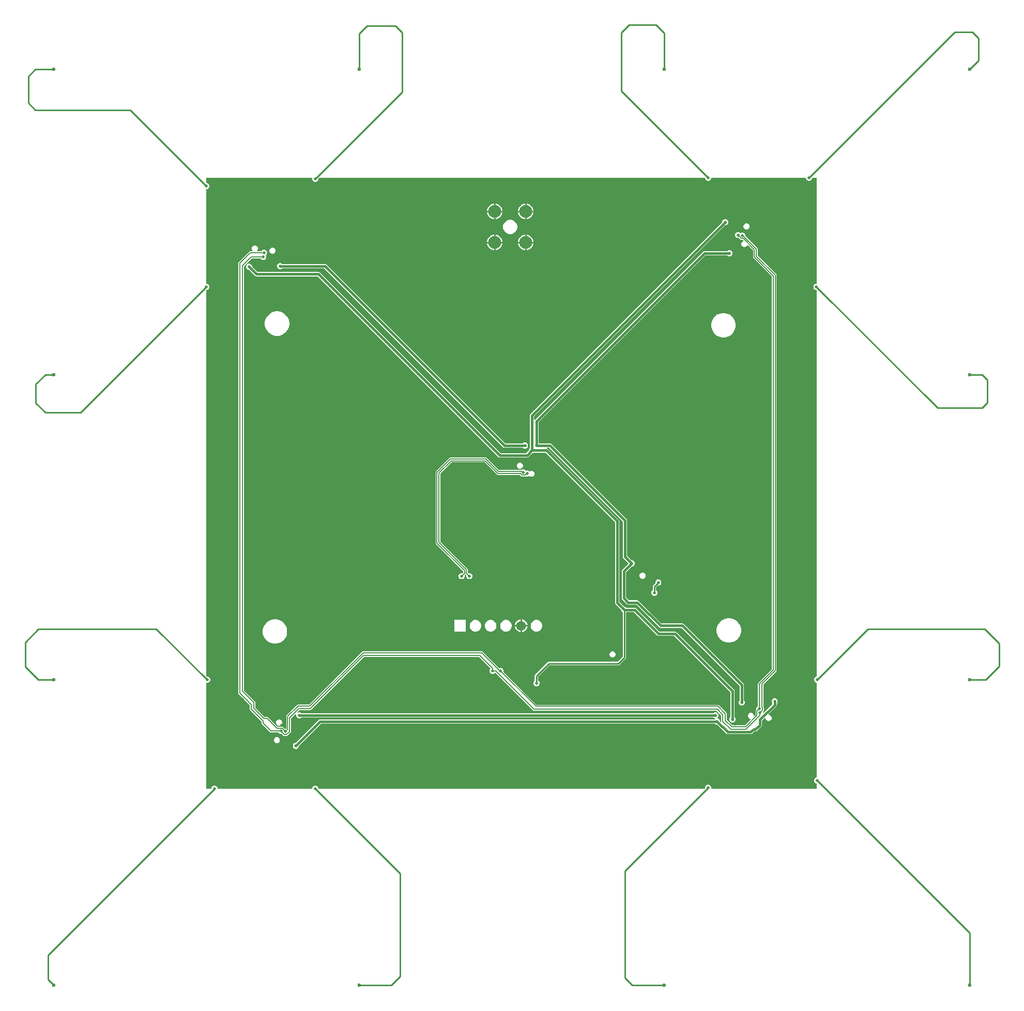
<source format=gbr>
G04*
G04 #@! TF.GenerationSoftware,Altium Limited,Altium Designer,25.0.2 (28)*
G04*
G04 Layer_Physical_Order=3*
G04 Layer_Color=16440176*
%FSLAX24Y24*%
%MOIN*%
G70*
G04*
G04 #@! TF.SameCoordinates,4B7BC283-7035-4C9F-97D5-5998C8FB6373*
G04*
G04*
G04 #@! TF.FilePolarity,Positive*
G04*
G01*
G75*
%ADD10C,0.0059*%
%ADD65C,0.0098*%
%ADD67C,0.0157*%
%ADD70C,0.0630*%
%ADD73C,0.0827*%
%ADD76C,0.0197*%
%ADD77C,0.0236*%
%ADD78C,0.0094*%
G36*
X59039Y52228D02*
X58968D01*
X58896Y52198D01*
X58841Y52143D01*
X58811Y52070D01*
Y51992D01*
X58841Y51920D01*
X58896Y51864D01*
X58968Y51834D01*
X59039D01*
Y26891D01*
X59006D01*
X58934Y26861D01*
X58878Y26806D01*
X58848Y26734D01*
Y26655D01*
X58878Y26583D01*
X58934Y26528D01*
X59006Y26498D01*
X59039D01*
Y20377D01*
X59003D01*
X58931Y20348D01*
X58876Y20292D01*
X58846Y20220D01*
Y20141D01*
X58876Y20069D01*
X58931Y20014D01*
X59003Y19984D01*
X59039D01*
Y19669D01*
X52219D01*
X52214Y19676D01*
Y19754D01*
X52184Y19827D01*
X52129Y19882D01*
X52057Y19912D01*
X51978D01*
X51906Y19882D01*
X51851Y19827D01*
X51821Y19754D01*
Y19676D01*
X51784Y19669D01*
X26891D01*
Y19703D01*
X26861Y19775D01*
X26806Y19830D01*
X26734Y19860D01*
X26655D01*
X26583Y19830D01*
X26528Y19775D01*
X26498Y19703D01*
Y19669D01*
X20377D01*
Y19705D01*
X20348Y19778D01*
X20292Y19833D01*
X20220Y19863D01*
X20141D01*
X20069Y19833D01*
X20014Y19778D01*
X19984Y19705D01*
Y19669D01*
X19669D01*
Y26490D01*
X19676Y26494D01*
X19754D01*
X19827Y26524D01*
X19882Y26580D01*
X19912Y26652D01*
Y26730D01*
X19882Y26803D01*
X19827Y26858D01*
X19754Y26888D01*
X19676D01*
X19669Y26924D01*
Y51817D01*
X19703D01*
X19775Y51847D01*
X19830Y51903D01*
X19860Y51975D01*
Y52053D01*
X19830Y52126D01*
X19775Y52181D01*
X19703Y52211D01*
X19669D01*
Y58331D01*
X19705D01*
X19778Y58361D01*
X19833Y58417D01*
X19863Y58489D01*
Y58567D01*
X19833Y58640D01*
X19778Y58695D01*
X19705Y58725D01*
X19669D01*
Y59039D01*
X26490D01*
X26494Y59033D01*
Y58954D01*
X26524Y58882D01*
X26580Y58827D01*
X26652Y58797D01*
X26730D01*
X26803Y58827D01*
X26858Y58882D01*
X26888Y58954D01*
Y59033D01*
X26924Y59039D01*
X51824D01*
Y59013D01*
X51854Y58941D01*
X51910Y58885D01*
X51982Y58855D01*
X52060D01*
X52133Y58885D01*
X52188Y58941D01*
X52218Y59013D01*
Y59039D01*
X58324D01*
Y59010D01*
X58354Y58938D01*
X58410Y58883D01*
X58482Y58853D01*
X58560D01*
X58633Y58883D01*
X58688Y58938D01*
X58718Y59010D01*
Y59039D01*
X59039D01*
Y52228D01*
D02*
G37*
%LPC*%
G36*
X38327Y57398D02*
X38309D01*
Y56935D01*
X38772D01*
Y56953D01*
X38737Y57083D01*
X38669Y57200D01*
X38574Y57295D01*
X38457Y57363D01*
X38327Y57398D01*
D02*
G37*
G36*
X40327D02*
X40309D01*
Y56935D01*
X40772D01*
Y56953D01*
X40737Y57083D01*
X40669Y57200D01*
X40574Y57295D01*
X40457Y57363D01*
X40327Y57398D01*
D02*
G37*
G36*
X38211D02*
X38192D01*
X38062Y57363D01*
X37946Y57295D01*
X37850Y57200D01*
X37783Y57083D01*
X37748Y56953D01*
Y56935D01*
X38211D01*
Y57398D01*
D02*
G37*
G36*
X40211D02*
X40192D01*
X40062Y57363D01*
X39946Y57295D01*
X39850Y57200D01*
X39783Y57083D01*
X39748Y56953D01*
Y56935D01*
X40211D01*
Y57398D01*
D02*
G37*
G36*
X40772Y56837D02*
X40309D01*
Y56374D01*
X40327D01*
X40457Y56409D01*
X40574Y56476D01*
X40669Y56572D01*
X40737Y56688D01*
X40772Y56818D01*
Y56837D01*
D02*
G37*
G36*
X40211D02*
X39748D01*
Y56818D01*
X39783Y56688D01*
X39850Y56572D01*
X39946Y56476D01*
X40062Y56409D01*
X40192Y56374D01*
X40211D01*
Y56837D01*
D02*
G37*
G36*
X38772D02*
X38309D01*
Y56374D01*
X38327D01*
X38457Y56409D01*
X38574Y56476D01*
X38669Y56572D01*
X38737Y56688D01*
X38772Y56818D01*
Y56837D01*
D02*
G37*
G36*
X38211D02*
X37748D01*
Y56818D01*
X37783Y56688D01*
X37850Y56572D01*
X37946Y56476D01*
X38062Y56409D01*
X38192Y56374D01*
X38211D01*
Y56837D01*
D02*
G37*
G36*
X54538Y56121D02*
X54460D01*
X54387Y56091D01*
X54332Y56036D01*
X54302Y55964D01*
Y55885D01*
X54332Y55813D01*
X54387Y55757D01*
X54460Y55728D01*
X54538D01*
X54610Y55757D01*
X54666Y55813D01*
X54696Y55885D01*
Y55964D01*
X54666Y56036D01*
X54610Y56091D01*
X54538Y56121D01*
D02*
G37*
G36*
X39319Y56339D02*
X39200D01*
X39085Y56308D01*
X38982Y56248D01*
X38898Y56164D01*
X38838Y56061D01*
X38807Y55945D01*
Y55826D01*
X38838Y55711D01*
X38898Y55608D01*
X38982Y55524D01*
X39085Y55464D01*
X39200Y55433D01*
X39319D01*
X39435Y55464D01*
X39538Y55524D01*
X39622Y55608D01*
X39682Y55711D01*
X39713Y55826D01*
Y55945D01*
X39682Y56061D01*
X39622Y56164D01*
X39538Y56248D01*
X39435Y56308D01*
X39319Y56339D01*
D02*
G37*
G36*
X38327Y55398D02*
X38309D01*
Y54935D01*
X38772D01*
Y54953D01*
X38737Y55083D01*
X38669Y55200D01*
X38574Y55295D01*
X38457Y55363D01*
X38327Y55398D01*
D02*
G37*
G36*
X40327D02*
X40309D01*
Y54935D01*
X40772D01*
Y54953D01*
X40737Y55083D01*
X40669Y55200D01*
X40574Y55295D01*
X40457Y55363D01*
X40327Y55398D01*
D02*
G37*
G36*
X38211D02*
X38192D01*
X38062Y55363D01*
X37946Y55295D01*
X37850Y55200D01*
X37783Y55083D01*
X37748Y54953D01*
Y54935D01*
X38211D01*
Y55398D01*
D02*
G37*
G36*
X40211D02*
X40192D01*
X40062Y55363D01*
X39946Y55295D01*
X39850Y55200D01*
X39783Y55083D01*
X39748Y54953D01*
Y54935D01*
X40211D01*
Y55398D01*
D02*
G37*
G36*
X40772Y54837D02*
X40309D01*
Y54374D01*
X40327D01*
X40457Y54409D01*
X40574Y54476D01*
X40669Y54572D01*
X40737Y54688D01*
X40772Y54818D01*
Y54837D01*
D02*
G37*
G36*
X40211D02*
X39748D01*
Y54818D01*
X39783Y54688D01*
X39850Y54572D01*
X39946Y54476D01*
X40062Y54409D01*
X40192Y54374D01*
X40211D01*
Y54837D01*
D02*
G37*
G36*
X38772D02*
X38309D01*
Y54374D01*
X38327D01*
X38457Y54409D01*
X38574Y54476D01*
X38669Y54572D01*
X38737Y54688D01*
X38772Y54818D01*
Y54837D01*
D02*
G37*
G36*
X38211D02*
X37748D01*
Y54818D01*
X37783Y54688D01*
X37850Y54572D01*
X37946Y54476D01*
X38062Y54409D01*
X38192Y54374D01*
X38211D01*
Y54837D01*
D02*
G37*
G36*
X23971Y54556D02*
X23892D01*
X23820Y54526D01*
X23765Y54470D01*
X23735Y54398D01*
Y54320D01*
X23765Y54247D01*
X23820Y54192D01*
X23892Y54162D01*
X23971D01*
X24043Y54192D01*
X24098Y54247D01*
X24128Y54320D01*
Y54398D01*
X24098Y54470D01*
X24043Y54526D01*
X23971Y54556D01*
D02*
G37*
G36*
X53161Y56393D02*
X53083D01*
X53011Y56363D01*
X52955Y56307D01*
X52925Y56235D01*
Y56198D01*
X40562Y43835D01*
X40532Y43789D01*
X40521Y43735D01*
Y41609D01*
X40494Y41583D01*
X40464Y41511D01*
Y41473D01*
X40288Y41297D01*
X38648D01*
X27005Y52940D01*
X26960Y52970D01*
X26906Y52981D01*
X22953D01*
X22610Y53324D01*
Y53361D01*
X22580Y53433D01*
X22525Y53489D01*
X22453Y53519D01*
X22374D01*
X22302Y53489D01*
X22246Y53433D01*
X22217Y53361D01*
Y53283D01*
X22246Y53210D01*
X22302Y53155D01*
X22374Y53125D01*
X22412D01*
X22796Y52741D01*
X22841Y52711D01*
X22895Y52700D01*
X26848D01*
X38490Y41057D01*
X38536Y41027D01*
X38590Y41016D01*
X40346D01*
X40400Y41027D01*
X40446Y41057D01*
X40663Y41275D01*
X40700D01*
X40773Y41305D01*
X40799Y41331D01*
X41528D01*
X46013Y36846D01*
Y31668D01*
X46024Y31615D01*
X46054Y31569D01*
X46429Y31194D01*
Y31157D01*
X46459Y31084D01*
X46514Y31029D01*
X46516Y31029D01*
Y28171D01*
X46187Y27842D01*
X41744D01*
X41702Y27833D01*
X41666Y27809D01*
X40870Y27013D01*
X40846Y26978D01*
X40838Y26935D01*
Y26633D01*
X40837Y26633D01*
X40781Y26577D01*
X40751Y26505D01*
Y26427D01*
X40781Y26354D01*
X40837Y26299D01*
X40909Y26269D01*
X40987D01*
X41060Y26299D01*
X41115Y26354D01*
X41145Y26427D01*
Y26505D01*
X41115Y26577D01*
X41060Y26633D01*
X41058Y26633D01*
Y26890D01*
X41790Y27621D01*
X46232D01*
X46275Y27629D01*
X46310Y27653D01*
X46704Y28047D01*
X46728Y28083D01*
X46736Y28125D01*
Y31029D01*
X46737Y31029D01*
X46764Y31055D01*
X47237D01*
X48731Y29561D01*
X48777Y29531D01*
X48831Y29520D01*
X49816D01*
X53454Y25882D01*
Y24272D01*
X53428Y24246D01*
X53398Y24173D01*
Y24095D01*
X53428Y24023D01*
X53483Y23967D01*
X53555Y23937D01*
X53634D01*
X53706Y23967D01*
X53761Y24023D01*
X53791Y24095D01*
Y24173D01*
X53761Y24246D01*
X53735Y24272D01*
Y25941D01*
X53724Y25994D01*
X53694Y26040D01*
X49974Y29760D01*
X49928Y29790D01*
X49875Y29801D01*
X48889D01*
X47395Y31295D01*
X47349Y31326D01*
X47295Y31336D01*
X46764D01*
X46737Y31363D01*
X46665Y31393D01*
X46628D01*
X46294Y31727D01*
Y36905D01*
X46283Y36958D01*
X46253Y37004D01*
X41686Y41571D01*
X41640Y41601D01*
X41614Y41607D01*
X41618Y41646D01*
X41762D01*
X42285Y41123D01*
X46525Y36883D01*
Y34621D01*
X46536Y34567D01*
X46566Y34522D01*
X46900Y34188D01*
X46487Y33776D01*
X46457Y33730D01*
X46446Y33676D01*
Y31944D01*
X46457Y31890D01*
X46487Y31845D01*
X46763Y31569D01*
X46808Y31539D01*
X46862Y31528D01*
X47395D01*
X48849Y30073D01*
X48895Y30043D01*
X48949Y30032D01*
X50308D01*
X54052Y26288D01*
Y25350D01*
X54026Y25323D01*
X53996Y25251D01*
Y25173D01*
X54026Y25100D01*
X54081Y25045D01*
X54153Y25015D01*
X54232D01*
X54304Y25045D01*
X54359Y25100D01*
X54389Y25173D01*
Y25251D01*
X54359Y25323D01*
X54333Y25350D01*
Y26346D01*
X54322Y26400D01*
X54292Y26445D01*
X50465Y30272D01*
X50420Y30302D01*
X50366Y30313D01*
X49007D01*
X47552Y31768D01*
X47507Y31798D01*
X47453Y31809D01*
X46920D01*
X46727Y32002D01*
Y33618D01*
X47100Y33991D01*
X47138D01*
X47210Y34021D01*
X47265Y34077D01*
X47295Y34149D01*
Y34227D01*
X47265Y34300D01*
X47210Y34355D01*
X47138Y34385D01*
X47100D01*
X46806Y34679D01*
Y36941D01*
X46795Y36995D01*
X46765Y37040D01*
X42484Y41321D01*
X41919Y41886D01*
X41874Y41916D01*
X41820Y41927D01*
X41097D01*
Y43308D01*
X51836Y54048D01*
X53260D01*
X53286Y54021D01*
X53358Y53991D01*
X53437D01*
X53509Y54021D01*
X53565Y54077D01*
X53594Y54149D01*
Y54227D01*
X53565Y54300D01*
X53509Y54355D01*
X53437Y54385D01*
X53358D01*
X53286Y54355D01*
X53260Y54329D01*
X51778D01*
X51724Y54318D01*
X51679Y54287D01*
X40857Y43466D01*
X40841Y43442D01*
X40802Y43454D01*
Y43677D01*
X53124Y55999D01*
X53161D01*
X53234Y56029D01*
X53289Y56084D01*
X53319Y56157D01*
Y56235D01*
X53289Y56307D01*
X53234Y56363D01*
X53161Y56393D01*
D02*
G37*
G36*
X53988Y55566D02*
X53910D01*
X53837Y55536D01*
X53782Y55481D01*
X53752Y55408D01*
Y55330D01*
X53782Y55258D01*
X53837Y55202D01*
X53910Y55172D01*
X53988D01*
X53989Y55173D01*
X54083Y55079D01*
X54112Y55059D01*
X54147Y55052D01*
X54254D01*
X54299Y55008D01*
X54289Y54961D01*
X54247Y54944D01*
X54192Y54889D01*
X54162Y54816D01*
Y54738D01*
X54192Y54666D01*
X54247Y54610D01*
X54320Y54580D01*
X54398D01*
X54470Y54610D01*
X54526Y54666D01*
X54543Y54708D01*
X54590Y54717D01*
X54918Y54388D01*
Y53945D01*
X54925Y53910D01*
X54945Y53881D01*
X56137Y52689D01*
Y27367D01*
X55263Y26493D01*
X55243Y26464D01*
X55236Y26430D01*
Y24994D01*
X55215Y24985D01*
X55160Y24929D01*
X55130Y24857D01*
Y24779D01*
X55139Y24758D01*
X55107Y24726D01*
X55088Y24697D01*
X55081Y24662D01*
Y24413D01*
X55013Y24345D01*
X54974Y24362D01*
Y24389D01*
X54944Y24461D01*
X54889Y24517D01*
X54816Y24547D01*
X54738D01*
X54666Y24517D01*
X54610Y24461D01*
X54580Y24389D01*
Y24311D01*
X54610Y24238D01*
X54666Y24183D01*
X54738Y24153D01*
X54765D01*
X54782Y24114D01*
X54407Y23739D01*
X53581D01*
X53212Y24107D01*
Y24503D01*
X53205Y24538D01*
X53186Y24567D01*
X52713Y25039D01*
X52684Y25059D01*
X52650Y25066D01*
X40955D01*
X38822Y27199D01*
X38831Y27220D01*
Y27298D01*
X38801Y27370D01*
X38745Y27426D01*
X38673Y27456D01*
X38595D01*
X38546Y27435D01*
X37480Y28501D01*
X37451Y28520D01*
X37416Y28527D01*
X29775D01*
X29741Y28520D01*
X29711Y28501D01*
X26289Y25079D01*
X25583D01*
X25548Y25072D01*
X25519Y25052D01*
X24840Y24373D01*
X24820Y24344D01*
X24813Y24309D01*
Y23546D01*
X24799Y23536D01*
X24721D01*
X24719Y23536D01*
X24623Y23632D01*
X24594Y23651D01*
X24560Y23658D01*
X24252D01*
X23648Y24262D01*
X23619Y24281D01*
X23585Y24288D01*
X23417D01*
X22819Y24887D01*
Y25212D01*
X22812Y25246D01*
X22792Y25276D01*
X22085Y25983D01*
Y53338D01*
X22605Y53858D01*
X23164D01*
X23173Y53837D01*
X23228Y53782D01*
X23300Y53752D01*
X23379D01*
X23451Y53782D01*
X23506Y53837D01*
X23536Y53910D01*
Y53988D01*
X23506Y54060D01*
X23500Y54067D01*
X23546Y54113D01*
X23576Y54185D01*
Y54264D01*
X23546Y54336D01*
X23490Y54391D01*
X23418Y54421D01*
X23340D01*
X23267Y54391D01*
X23212Y54336D01*
X23203Y54315D01*
X22934D01*
X22918Y54354D01*
X22951Y54387D01*
X22981Y54460D01*
Y54538D01*
X22951Y54610D01*
X22896Y54666D01*
X22823Y54696D01*
X22745D01*
X22673Y54666D01*
X22617Y54610D01*
X22587Y54538D01*
Y54460D01*
X22617Y54387D01*
X22651Y54354D01*
X22634Y54315D01*
X22491D01*
X22457Y54308D01*
X22427Y54288D01*
X21759Y53620D01*
X21739Y53591D01*
X21733Y53556D01*
X21733Y25831D01*
X21739Y25797D01*
X21759Y25768D01*
X22472Y25055D01*
Y24788D01*
X22478Y24753D01*
X22498Y24724D01*
X23229Y23993D01*
Y23882D01*
X23235Y23848D01*
X23255Y23818D01*
X23759Y23315D01*
X23788Y23295D01*
X23822Y23289D01*
X24309D01*
X24317Y23267D01*
X24373Y23212D01*
X24445Y23182D01*
X24523D01*
X24525Y23183D01*
X24619Y23089D01*
X24648Y23069D01*
X24682Y23062D01*
X24837D01*
X24872Y23069D01*
X24901Y23089D01*
X25086Y23273D01*
X25105Y23302D01*
X25112Y23337D01*
Y24175D01*
X25431Y24495D01*
X25465Y24472D01*
X25445Y24424D01*
Y24346D01*
X25475Y24273D01*
X25530Y24218D01*
X25603Y24188D01*
X25681D01*
X25753Y24218D01*
X25780Y24244D01*
X52357D01*
X52381Y24221D01*
X52453Y24191D01*
X52458D01*
X52475Y24151D01*
X52458Y24132D01*
X27217Y24132D01*
X26999D01*
X26945Y24121D01*
X26900Y24091D01*
X25437Y22628D01*
X25400D01*
X25328Y22598D01*
X25272Y22543D01*
X25242Y22470D01*
Y22392D01*
X25272Y22320D01*
X25328Y22264D01*
X25400Y22234D01*
X25478D01*
X25551Y22264D01*
X25606Y22320D01*
X25636Y22392D01*
Y22429D01*
X27057Y23851D01*
X27217D01*
X52469Y23851D01*
X52496Y23824D01*
X52568Y23794D01*
X52605D01*
X53187Y23213D01*
X53233Y23182D01*
X53286Y23172D01*
X54766D01*
X54820Y23182D01*
X54865Y23213D01*
X55007Y23354D01*
X55072D01*
X55125Y23365D01*
X55171Y23395D01*
X55448Y23672D01*
X55478Y23718D01*
X55489Y23771D01*
Y24049D01*
X55688Y24248D01*
X55728Y24232D01*
Y24171D01*
X55757Y24098D01*
X55813Y24043D01*
X55885Y24013D01*
X55964D01*
X56036Y24043D01*
X56091Y24098D01*
X56121Y24171D01*
Y24249D01*
X56091Y24321D01*
X56036Y24377D01*
X55964Y24407D01*
X55902D01*
X55886Y24446D01*
X56410Y24971D01*
X56441Y25016D01*
X56452Y25070D01*
Y25153D01*
X56478Y25179D01*
X56508Y25251D01*
Y25330D01*
X56478Y25402D01*
X56423Y25457D01*
X56350Y25487D01*
X56272D01*
X56200Y25457D01*
X56144Y25402D01*
X56114Y25330D01*
Y25251D01*
X56144Y25179D01*
X56171Y25153D01*
Y25128D01*
X55591Y24549D01*
X55555Y24564D01*
Y24580D01*
X55546Y24601D01*
X55587Y24643D01*
X55607Y24672D01*
X55614Y24707D01*
Y24897D01*
X55614Y24897D01*
X55607Y24931D01*
X55587Y24961D01*
X55587Y24961D01*
X55575Y24974D01*
Y26383D01*
X56409Y27217D01*
X56409Y27217D01*
X56429Y27246D01*
X56435Y27281D01*
Y52775D01*
X56429Y52810D01*
X56409Y52839D01*
X55226Y54023D01*
Y54466D01*
X55219Y54500D01*
X55199Y54530D01*
X54421Y55308D01*
Y55369D01*
X54391Y55441D01*
X54336Y55497D01*
X54264Y55527D01*
X54185D01*
X54113Y55497D01*
X54106Y55490D01*
X54060Y55536D01*
X53988Y55566D01*
D02*
G37*
G36*
X24306Y50445D02*
X24151D01*
X23999Y50415D01*
X23855Y50355D01*
X23726Y50269D01*
X23617Y50159D01*
X23530Y50030D01*
X23471Y49887D01*
X23441Y49735D01*
Y49580D01*
X23471Y49428D01*
X23530Y49284D01*
X23617Y49155D01*
X23726Y49046D01*
X23855Y48960D01*
X23999Y48900D01*
X24151Y48870D01*
X24306D01*
X24458Y48900D01*
X24601Y48960D01*
X24730Y49046D01*
X24840Y49155D01*
X24926Y49284D01*
X24986Y49428D01*
X25016Y49580D01*
Y49735D01*
X24986Y49887D01*
X24926Y50030D01*
X24840Y50159D01*
X24730Y50269D01*
X24601Y50355D01*
X24458Y50415D01*
X24306Y50445D01*
D02*
G37*
G36*
X53085Y50335D02*
X52930D01*
X52778Y50304D01*
X52635Y50245D01*
X52506Y50159D01*
X52396Y50049D01*
X52310Y49920D01*
X52251Y49777D01*
X52220Y49625D01*
Y49470D01*
X52251Y49318D01*
X52310Y49174D01*
X52396Y49045D01*
X52506Y48936D01*
X52635Y48849D01*
X52778Y48790D01*
X52930Y48760D01*
X53085D01*
X53238Y48790D01*
X53381Y48849D01*
X53510Y48936D01*
X53620Y49045D01*
X53706Y49174D01*
X53765Y49318D01*
X53795Y49470D01*
Y49625D01*
X53765Y49777D01*
X53706Y49920D01*
X53620Y50049D01*
X53510Y50159D01*
X53381Y50245D01*
X53238Y50304D01*
X53085Y50335D01*
D02*
G37*
G36*
X24460Y53558D02*
X24382D01*
X24310Y53528D01*
X24254Y53473D01*
X24224Y53400D01*
Y53322D01*
X24254Y53250D01*
X24310Y53194D01*
X24382Y53164D01*
X24460D01*
X24533Y53194D01*
X24559Y53221D01*
X27256D01*
X38790Y41687D01*
X38835Y41657D01*
X38889Y41646D01*
X40071D01*
X40097Y41620D01*
X40170Y41590D01*
X40248D01*
X40320Y41620D01*
X40376Y41675D01*
X40406Y41747D01*
Y41826D01*
X40376Y41898D01*
X40320Y41953D01*
X40248Y41983D01*
X40170D01*
X40097Y41953D01*
X40071Y41927D01*
X38947D01*
X27414Y53461D01*
X27368Y53491D01*
X27314Y53502D01*
X24559D01*
X24533Y53528D01*
X24460Y53558D01*
D02*
G37*
G36*
X39925Y40687D02*
X39847D01*
X39774Y40657D01*
X39719Y40602D01*
X39689Y40529D01*
Y40451D01*
X39719Y40379D01*
X39774Y40323D01*
X39847Y40293D01*
X39925D01*
X39997Y40323D01*
X40053Y40379D01*
X40083Y40451D01*
Y40529D01*
X40053Y40602D01*
X39997Y40657D01*
X39925Y40687D01*
D02*
G37*
G36*
X35396Y41011D02*
X35361Y41004D01*
X35332Y40984D01*
X35332Y40984D01*
X34476Y40128D01*
X34456Y40098D01*
X34449Y40064D01*
Y35487D01*
X34456Y35453D01*
X34476Y35423D01*
X36221Y33678D01*
Y33603D01*
X36175Y33557D01*
X36153Y33566D01*
X36075D01*
X36003Y33536D01*
X35947Y33481D01*
X35917Y33408D01*
Y33330D01*
X35947Y33258D01*
X36003Y33202D01*
X36075Y33172D01*
X36153D01*
X36226Y33202D01*
X36281Y33258D01*
X36311Y33330D01*
Y33408D01*
X36302Y33430D01*
X36370Y33497D01*
X36438Y33430D01*
X36429Y33408D01*
Y33330D01*
X36459Y33258D01*
X36514Y33202D01*
X36587Y33172D01*
X36665D01*
X36737Y33202D01*
X36793Y33258D01*
X36823Y33330D01*
Y33408D01*
X36793Y33481D01*
X36737Y33536D01*
X36665Y33566D01*
X36587D01*
X36566Y33557D01*
X36519Y33603D01*
Y33794D01*
X36513Y33829D01*
X36493Y33858D01*
X34748Y35603D01*
Y39977D01*
X35482Y40712D01*
X37612D01*
X38176Y40148D01*
X38176Y40148D01*
X38394Y39930D01*
X38424Y39910D01*
X38458Y39903D01*
X39873D01*
X39961Y39816D01*
X39990Y39796D01*
X40024Y39789D01*
X40223D01*
X40258Y39796D01*
X40272Y39805D01*
X40323Y39784D01*
X40401D01*
X40474Y39814D01*
X40488Y39828D01*
X40513Y39802D01*
X40586Y39773D01*
X40664D01*
X40736Y39802D01*
X40792Y39858D01*
X40822Y39930D01*
Y40009D01*
X40792Y40081D01*
X40736Y40136D01*
X40664Y40166D01*
X40586D01*
X40513Y40136D01*
X40499Y40122D01*
X40474Y40148D01*
X40401Y40178D01*
X40323D01*
X40277Y40159D01*
X40269Y40178D01*
X40213Y40233D01*
X40141Y40263D01*
X40063D01*
X39990Y40233D01*
X39980Y40223D01*
X38523D01*
X37762Y40984D01*
X37733Y41004D01*
X37699Y41011D01*
X35396D01*
X35396Y41011D01*
D02*
G37*
G36*
X47844Y33598D02*
X47766D01*
X47694Y33568D01*
X47638Y33512D01*
X47608Y33440D01*
Y33362D01*
X47638Y33289D01*
X47694Y33234D01*
X47766Y33204D01*
X47844D01*
X47917Y33234D01*
X47972Y33289D01*
X48002Y33362D01*
Y33440D01*
X47972Y33512D01*
X47917Y33568D01*
X47844Y33598D01*
D02*
G37*
G36*
X48850Y33157D02*
X48772D01*
X48700Y33127D01*
X48644Y33071D01*
X48614Y32999D01*
Y32921D01*
X48615Y32919D01*
X48477Y32782D01*
X48453Y32746D01*
X48445Y32704D01*
Y32466D01*
X48444Y32465D01*
X48388Y32410D01*
X48358Y32337D01*
Y32259D01*
X48388Y32187D01*
X48444Y32131D01*
X48516Y32101D01*
X48594D01*
X48667Y32131D01*
X48722Y32187D01*
X48752Y32259D01*
Y32337D01*
X48722Y32410D01*
X48667Y32465D01*
X48666Y32466D01*
Y32658D01*
X48771Y32763D01*
X48772Y32763D01*
X48850D01*
X48923Y32793D01*
X48978Y32848D01*
X49008Y32921D01*
Y32999D01*
X48978Y33071D01*
X48923Y33127D01*
X48850Y33157D01*
D02*
G37*
G36*
X40023Y30583D02*
X40018D01*
Y30219D01*
X40382D01*
Y30224D01*
X40354Y30329D01*
X40299Y30423D01*
X40222Y30500D01*
X40128Y30555D01*
X40023Y30583D01*
D02*
G37*
G36*
X39919D02*
X39914D01*
X39809Y30555D01*
X39715Y30500D01*
X39638Y30423D01*
X39583Y30329D01*
X39555Y30224D01*
Y30219D01*
X39919D01*
Y30583D01*
D02*
G37*
G36*
X36081Y30543D02*
X35982D01*
X35982Y30543D01*
X35672D01*
Y30275D01*
X35657Y30219D01*
Y30120D01*
X35672Y30064D01*
Y29795D01*
X36391D01*
Y30064D01*
X36405Y30120D01*
Y30219D01*
X36391Y30274D01*
Y30543D01*
X36081D01*
X36081Y30543D01*
D02*
G37*
G36*
X41002Y30543D02*
X40904D01*
X40904Y30543D01*
X40904D01*
X40808Y30518D01*
X40723Y30469D01*
X40653Y30399D01*
X40604Y30314D01*
X40579Y30219D01*
Y30120D01*
X40604Y30025D01*
X40653Y29940D01*
X40723Y29870D01*
X40808Y29821D01*
X40904Y29795D01*
X41002D01*
X41002Y29795D01*
X41002D01*
X41097Y29821D01*
X41183Y29870D01*
X41252Y29940D01*
X41301Y30025D01*
X41327Y30120D01*
Y30219D01*
X41301Y30314D01*
X41252Y30399D01*
X41183Y30469D01*
X41097Y30518D01*
X41002Y30543D01*
D02*
G37*
G36*
X39034D02*
X38935D01*
X38935Y30543D01*
X38935D01*
X38840Y30518D01*
X38754Y30469D01*
X38685Y30399D01*
X38636Y30314D01*
X38610Y30219D01*
Y30120D01*
X38636Y30025D01*
X38685Y29940D01*
X38754Y29870D01*
X38840Y29821D01*
X38935Y29795D01*
X39033D01*
X39033Y29795D01*
X39034D01*
X39129Y29821D01*
X39214Y29870D01*
X39284Y29940D01*
X39333Y30025D01*
X39358Y30120D01*
Y30219D01*
X39333Y30314D01*
X39284Y30399D01*
X39214Y30469D01*
X39129Y30518D01*
X39034Y30543D01*
D02*
G37*
G36*
X38049D02*
X37951D01*
X37951Y30543D01*
X37951D01*
X37856Y30518D01*
X37770Y30469D01*
X37701Y30399D01*
X37651Y30314D01*
X37626Y30219D01*
Y30120D01*
X37651Y30025D01*
X37701Y29940D01*
X37770Y29870D01*
X37856Y29821D01*
X37951Y29795D01*
X38049D01*
X38144Y29821D01*
X38144Y29821D01*
X38144Y29821D01*
X38230Y29870D01*
X38299Y29940D01*
X38348Y30025D01*
X38374Y30120D01*
Y30219D01*
X38348Y30314D01*
X38299Y30399D01*
X38230Y30469D01*
X38144Y30518D01*
X38049Y30543D01*
D02*
G37*
G36*
X37065D02*
X36967D01*
X36967Y30543D01*
X36966D01*
X36871Y30518D01*
X36786Y30469D01*
X36716Y30399D01*
X36667Y30314D01*
X36642Y30219D01*
Y30120D01*
X36667Y30025D01*
X36716Y29940D01*
X36786Y29870D01*
X36871Y29821D01*
X36966Y29795D01*
X37065D01*
X37065Y29795D01*
X37065D01*
X37160Y29821D01*
X37245Y29870D01*
X37315Y29940D01*
X37364Y30025D01*
X37390Y30120D01*
Y30219D01*
X37364Y30314D01*
X37315Y30399D01*
X37245Y30469D01*
X37160Y30518D01*
X37065Y30543D01*
D02*
G37*
G36*
X40382Y30120D02*
X40018D01*
Y29756D01*
X40023D01*
X40128Y29784D01*
X40222Y29839D01*
X40299Y29915D01*
X40354Y30010D01*
X40382Y30115D01*
Y30120D01*
D02*
G37*
G36*
X39919D02*
X39555D01*
Y30115D01*
X39583Y30010D01*
X39638Y29915D01*
X39715Y29839D01*
X39809Y29784D01*
X39914Y29756D01*
X39919D01*
Y30120D01*
D02*
G37*
G36*
X53432Y30656D02*
X53277D01*
X53125Y30625D01*
X52981Y30566D01*
X52852Y30480D01*
X52743Y30370D01*
X52656Y30241D01*
X52597Y30098D01*
X52567Y29946D01*
Y29791D01*
X52597Y29638D01*
X52656Y29495D01*
X52743Y29366D01*
X52852Y29256D01*
X52981Y29170D01*
X53125Y29111D01*
X53277Y29081D01*
X53432D01*
X53584Y29111D01*
X53727Y29170D01*
X53856Y29256D01*
X53966Y29366D01*
X54052Y29495D01*
X54112Y29638D01*
X54142Y29791D01*
Y29946D01*
X54112Y30098D01*
X54052Y30241D01*
X53966Y30370D01*
X53856Y30480D01*
X53727Y30566D01*
X53584Y30625D01*
X53432Y30656D01*
D02*
G37*
G36*
X24164Y30583D02*
X24009D01*
X23857Y30552D01*
X23714Y30493D01*
X23585Y30407D01*
X23475Y30297D01*
X23389Y30168D01*
X23329Y30025D01*
X23299Y29873D01*
Y29718D01*
X23329Y29566D01*
X23389Y29422D01*
X23475Y29293D01*
X23585Y29184D01*
X23714Y29097D01*
X23857Y29038D01*
X24009Y29008D01*
X24164D01*
X24316Y29038D01*
X24460Y29097D01*
X24589Y29184D01*
X24698Y29293D01*
X24784Y29422D01*
X24844Y29566D01*
X24874Y29718D01*
Y29873D01*
X24844Y30025D01*
X24784Y30168D01*
X24698Y30297D01*
X24589Y30407D01*
X24460Y30493D01*
X24316Y30552D01*
X24164Y30583D01*
D02*
G37*
G36*
X45893Y28519D02*
X45815D01*
X45743Y28489D01*
X45687Y28433D01*
X45657Y28361D01*
Y28283D01*
X45687Y28210D01*
X45743Y28155D01*
X45815Y28125D01*
X45893D01*
X45966Y28155D01*
X46021Y28210D01*
X46051Y28283D01*
Y28361D01*
X46021Y28433D01*
X45966Y28489D01*
X45893Y28519D01*
D02*
G37*
G36*
X24389Y24128D02*
X24311D01*
X24238Y24098D01*
X24183Y24043D01*
X24153Y23971D01*
Y23892D01*
X24183Y23820D01*
X24238Y23765D01*
X24311Y23735D01*
X24389D01*
X24461Y23765D01*
X24517Y23820D01*
X24547Y23892D01*
Y23971D01*
X24517Y24043D01*
X24461Y24098D01*
X24389Y24128D01*
D02*
G37*
G36*
X24249Y22981D02*
X24171D01*
X24098Y22951D01*
X24043Y22896D01*
X24013Y22823D01*
Y22745D01*
X24043Y22673D01*
X24098Y22617D01*
X24171Y22587D01*
X24249D01*
X24321Y22617D01*
X24377Y22673D01*
X24407Y22745D01*
Y22823D01*
X24377Y22896D01*
X24321Y22951D01*
X24249Y22981D01*
D02*
G37*
%LPD*%
G36*
X37998Y27413D02*
X37955Y27370D01*
X37925Y27298D01*
Y27220D01*
X37955Y27147D01*
X38011Y27092D01*
X38083Y27062D01*
X38161D01*
X38234Y27092D01*
X38289Y27147D01*
X38300Y27150D01*
X40735Y24715D01*
X40765Y24695D01*
X40799Y24688D01*
X52573D01*
X52874Y24387D01*
Y23991D01*
X52877Y23975D01*
X52841Y23956D01*
X52804Y23993D01*
Y24030D01*
X52774Y24103D01*
X52719Y24158D01*
X52646Y24188D01*
X52622D01*
X52618Y24196D01*
X52610Y24227D01*
X52659Y24276D01*
X52689Y24348D01*
Y24427D01*
X52659Y24499D01*
X52604Y24555D01*
X52531Y24584D01*
X52453D01*
X52381Y24555D01*
X52352Y24525D01*
X25780D01*
X25753Y24552D01*
X25681Y24582D01*
X25603D01*
X25554Y24562D01*
X25532Y24595D01*
X25669Y24732D01*
X26370D01*
X26405Y24739D01*
X26434Y24759D01*
X29837Y28162D01*
X37249D01*
X37998Y27413D01*
D02*
G37*
D10*
X36429Y33566D02*
Y33794D01*
X36311Y33566D02*
Y33716D01*
X34539Y35487D02*
X36311Y33716D01*
X26370Y24823D02*
X29800Y28252D01*
X37286D02*
X38122Y27416D01*
X29800Y28252D02*
X37286D01*
X34657Y35566D02*
X36429Y33794D01*
Y33566D02*
X36626Y33369D01*
X24760Y23368D02*
X24788D01*
X26327Y24989D02*
X29775Y28437D01*
X25583Y24989D02*
X26327D01*
X24904Y24309D02*
X25583Y24989D01*
X25632Y24823D02*
X26370D01*
X25022Y24212D02*
X25632Y24823D01*
X24904Y23483D02*
Y24309D01*
X25022Y23337D02*
Y24212D01*
X29775Y28437D02*
X37416D01*
X54461Y23479D02*
X54787Y23806D01*
Y23808D01*
X55358Y24380D01*
X54444Y23649D02*
X55171Y24375D01*
X53543Y23649D02*
X54444D01*
X55171Y24375D02*
Y24662D01*
X34657Y35566D02*
Y40015D01*
X38122Y27259D02*
Y27416D01*
X38319Y27259D02*
X40799Y24779D01*
X38122Y27259D02*
X38319D01*
X38594D02*
X38634D01*
X37416Y28437D02*
X38594Y27259D01*
X40799Y24779D02*
X52610D01*
X38634Y27259D02*
X40917Y24975D01*
X52650D01*
X36114Y33369D02*
X36311Y33566D01*
X55484Y24936D02*
X55524Y24897D01*
Y24707D02*
Y24897D01*
X55358Y24541D02*
X55524Y24707D01*
X55484Y24936D02*
Y26420D01*
X56345Y27281D01*
X52965Y23991D02*
Y24424D01*
X52610Y24779D02*
X52965Y24424D01*
X53122Y24070D02*
Y24503D01*
X52650Y24975D02*
X53122Y24503D01*
X52965Y23991D02*
X53476Y23479D01*
X55358Y24380D02*
Y24541D01*
X53476Y23479D02*
X54461D01*
X24215Y23568D02*
X24560D01*
X23585Y24198D02*
X24215Y23568D01*
X23379Y24198D02*
X23585D01*
X23822Y23379D02*
X24484D01*
X23319Y23882D02*
X23822Y23379D01*
X23319Y23882D02*
Y24031D01*
X22562Y24788D02*
X23319Y24031D01*
X22491Y54224D02*
X23379D01*
X21823Y53556D02*
X22491Y54224D01*
X21823Y53556D02*
X21823Y25831D01*
X22568Y53949D02*
X23340D01*
X21995Y53376D02*
X22568Y53949D01*
X21995Y25945D02*
Y53376D01*
X34539Y35487D02*
Y40064D01*
X34657Y40015D02*
X35445Y40802D01*
X34539Y40064D02*
X35396Y40920D01*
X39910Y39994D02*
X40024Y39880D01*
X38458Y39994D02*
X39910D01*
X40024Y39880D02*
X40223D01*
X38240Y40212D02*
X38458Y39994D01*
X39998Y40133D02*
X40065Y40067D01*
X40102D01*
X40223Y39880D02*
X40325Y39981D01*
X40362D01*
X38486Y40133D02*
X39998D01*
X37699Y40920D02*
X38486Y40133D01*
X35396Y40920D02*
X37699D01*
X38240Y40212D02*
X38240D01*
X37650Y40802D02*
X38240Y40212D01*
X35445Y40802D02*
X37650D01*
X24788Y23368D02*
X24904Y23483D01*
X24837Y23152D02*
X25022Y23337D01*
X55135Y53985D02*
X56345Y52775D01*
X55135Y53985D02*
Y54466D01*
X54340Y55261D02*
X55135Y54466D01*
X54331Y55261D02*
X54340D01*
X54262Y55330D02*
X54331Y55261D01*
X54224Y55330D02*
X54262D01*
X54291Y55143D02*
X55008Y54426D01*
Y53945D02*
Y54426D01*
Y53945D02*
X56227Y52727D01*
X54147Y55143D02*
X54291D01*
X53949Y55341D02*
X54147Y55143D01*
X56227Y27330D02*
Y52727D01*
X55327Y26430D02*
X56227Y27330D01*
X56345Y27281D02*
Y52775D01*
X55327Y24818D02*
Y26430D01*
X55171Y24662D02*
X55327Y24818D01*
X53122Y24070D02*
X53543Y23649D01*
X21995Y25945D02*
X22728Y25212D01*
Y24849D02*
Y25212D01*
Y24849D02*
X23379Y24198D01*
X22562Y24788D02*
Y25092D01*
X21823Y25831D02*
X22562Y25092D01*
X24682Y23152D02*
X24837D01*
X24484Y23351D02*
X24682Y23152D01*
X24560Y23568D02*
X24760Y23368D01*
Y23340D02*
Y23368D01*
X53949Y55341D02*
Y55369D01*
X24484Y23351D02*
Y23379D01*
D65*
X48555Y32298D02*
Y32704D01*
X48811Y32960D01*
X46626Y28125D02*
Y31196D01*
X46232Y27731D02*
X46626Y28125D01*
X41744Y27731D02*
X46232D01*
X40948Y26935D02*
X41744Y27731D01*
X40948Y26466D02*
Y26935D01*
D67*
X25642Y24385D02*
X52489D01*
X52492Y24388D01*
X42384Y41222D02*
X46665Y36941D01*
Y34621D02*
Y36941D01*
Y34621D02*
X47098Y34188D01*
X46587Y33676D02*
X47098Y34188D01*
X46587Y31944D02*
Y33676D01*
X48831Y29661D02*
X49875D01*
X47295Y31196D02*
X48831Y29661D01*
X46626Y31196D02*
X47295D01*
X46862Y31668D02*
X47453D01*
X46587Y31944D02*
X46862Y31668D01*
X41587Y41472D02*
X46154Y36905D01*
Y31668D02*
Y36905D01*
Y31668D02*
X46626Y31196D01*
X47453Y31668D02*
X48949Y30172D01*
X54948Y23495D02*
X55072D01*
X55348Y23771D01*
X54766Y23312D02*
X54948Y23495D01*
X53286Y23312D02*
X54766D01*
X55348Y23771D02*
Y24107D01*
X56311Y25070D01*
Y25290D01*
X25439Y22431D02*
X26999Y23991D01*
X27217D01*
X52607Y23991D01*
X38590Y41157D02*
X40346D01*
X26906Y52840D02*
X38590Y41157D01*
X22895Y52840D02*
X26906D01*
X22413Y53322D02*
X22895Y52840D01*
X24421Y53361D02*
X27314D01*
X54193Y25212D02*
Y26346D01*
X40661Y43735D02*
X53122Y56196D01*
X40661Y41472D02*
Y43735D01*
X51778Y54188D02*
X53398D01*
X40957Y43367D02*
X51778Y54188D01*
X40957Y41786D02*
Y43367D01*
X38889Y41786D02*
X40209D01*
X27314Y53361D02*
X38889Y41786D01*
X41820D02*
X42384Y41222D01*
X40957Y41786D02*
X41820D01*
X40661Y41472D02*
X41587D01*
X40346Y41157D02*
X40661Y41472D01*
X52607Y23991D02*
X53286Y23312D01*
X48949Y30172D02*
X50366D01*
X49875Y29661D02*
X53594Y25941D01*
Y24134D02*
Y25941D01*
X50366Y30172D02*
X54193Y26346D01*
D70*
X39969Y30169D02*
D03*
D73*
X40260Y56886D02*
D03*
X38260D02*
D03*
Y54886D02*
D03*
X40260D02*
D03*
D76*
X51913Y49732D02*
D03*
X38834Y23741D02*
D03*
X39894Y23746D02*
D03*
X41492Y23741D02*
D03*
X37236Y23746D02*
D03*
X48454Y47676D02*
D03*
X35806Y41993D02*
D03*
X34804Y44609D02*
D03*
X32991Y45288D02*
D03*
X35279Y41203D02*
D03*
X32020Y47392D02*
D03*
X27844Y51568D02*
D03*
X36404Y41211D02*
D03*
X35005Y43133D02*
D03*
X29416Y48838D02*
D03*
X30283Y47982D02*
D03*
X28119Y50159D02*
D03*
X34383Y43896D02*
D03*
X37715Y39921D02*
D03*
X34108Y45305D02*
D03*
X32716Y46697D02*
D03*
X35975Y40507D02*
D03*
X27423Y50855D02*
D03*
X32295Y45984D02*
D03*
X36559Y39893D02*
D03*
X25756Y53656D02*
D03*
X35005Y42148D02*
D03*
X26031Y52247D02*
D03*
X35500Y43913D02*
D03*
X33412Y46001D02*
D03*
X29236Y50176D02*
D03*
X28540Y50872D02*
D03*
X27148Y52264D02*
D03*
X33687Y44592D02*
D03*
X31599Y46680D02*
D03*
X35806Y42977D02*
D03*
X26727Y51551D02*
D03*
X31324Y48088D02*
D03*
X37367Y39115D02*
D03*
X30903Y47376D02*
D03*
X37100Y40515D02*
D03*
X24972Y23007D02*
D03*
X22807Y53479D02*
D03*
X58823Y27029D02*
D03*
X58397Y27029D02*
D03*
X58397Y26603D02*
D03*
X59045Y26694D02*
D03*
X47413Y33873D02*
D03*
X42846Y39739D02*
D03*
X44815Y37810D02*
D03*
X46980Y36944D02*
D03*
X46547Y34188D02*
D03*
X46980Y34779D02*
D03*
X48083Y34188D02*
D03*
X47098D02*
D03*
X48555Y32298D02*
D03*
X46902Y32062D02*
D03*
X46626Y31196D02*
D03*
X47531Y32456D02*
D03*
Y32731D02*
D03*
X21437Y30551D02*
D03*
X27471Y26997D02*
D03*
X28160Y27693D02*
D03*
X26627Y26136D02*
D03*
X25708Y25227D02*
D03*
X54382Y21432D02*
D03*
X54028Y21117D02*
D03*
X53398Y57101D02*
D03*
X56547Y57653D02*
D03*
X56980Y53401D02*
D03*
X57650Y53912D02*
D03*
X51689Y20356D02*
D03*
X51690Y19930D02*
D03*
X52116Y20357D02*
D03*
X20315Y58437D02*
D03*
X19888Y58863D02*
D03*
X20314Y58863D02*
D03*
X19886Y51679D02*
D03*
X20311Y52106D02*
D03*
X20312Y51680D02*
D03*
X27019Y58352D02*
D03*
X26593Y58352D02*
D03*
X27019Y58779D02*
D03*
X20357Y26593D02*
D03*
X20356Y27019D02*
D03*
X19930Y27019D02*
D03*
X20265Y20322D02*
D03*
X19846Y19888D02*
D03*
X19839Y20321D02*
D03*
X27030Y19886D02*
D03*
X26603Y20311D02*
D03*
X27029Y20312D02*
D03*
X58394Y20272D02*
D03*
X58821Y19846D02*
D03*
X58394Y19846D02*
D03*
X58779Y51690D02*
D03*
X58352Y52116D02*
D03*
X58352Y51689D02*
D03*
X51672Y58816D02*
D03*
X52099Y58390D02*
D03*
X51673Y58390D02*
D03*
X58437Y58394D02*
D03*
X58863Y58821D02*
D03*
X58863Y58394D02*
D03*
X52021Y59052D02*
D03*
X26691Y58994D02*
D03*
X19663Y52014D02*
D03*
X19666Y58528D02*
D03*
X19715Y26691D02*
D03*
X20181Y19666D02*
D03*
X26695Y19663D02*
D03*
X52017Y19715D02*
D03*
X59042Y20181D02*
D03*
X59007Y52031D02*
D03*
X58521Y59049D02*
D03*
X54147Y57592D02*
D03*
X52807Y58931D02*
D03*
X39354Y39361D02*
D03*
X55327Y23382D02*
D03*
X39786Y39364D02*
D03*
X39349Y37968D02*
D03*
X40602Y39503D02*
D03*
X40130Y38598D02*
D03*
X38622Y38593D02*
D03*
X39357Y39788D02*
D03*
X25439Y22431D02*
D03*
X25563Y21393D02*
D03*
X21350Y53086D02*
D03*
X22413Y53322D02*
D03*
X38634Y27259D02*
D03*
X38122D02*
D03*
X36114Y33369D02*
D03*
X36626D02*
D03*
X24421Y53361D02*
D03*
X54193Y25212D02*
D03*
X57138Y25645D02*
D03*
X56311Y25290D02*
D03*
X53122Y56196D02*
D03*
X52846Y57062D02*
D03*
X53398Y54188D02*
D03*
Y54739D02*
D03*
X53673Y55015D02*
D03*
X53516Y55920D02*
D03*
X40957Y41786D02*
D03*
X40209D02*
D03*
X40661Y41472D02*
D03*
X23004Y58755D02*
D03*
X55091D02*
D03*
X58831Y55802D02*
D03*
Y23716D02*
D03*
X23594Y19779D02*
D03*
X55681D02*
D03*
X49776D02*
D03*
X45051D02*
D03*
X38752D02*
D03*
X32453D02*
D03*
X30091Y58755D02*
D03*
X34815D02*
D03*
X39539D02*
D03*
X44264D02*
D03*
X48791D02*
D03*
X52768Y27298D02*
D03*
X50799Y29188D02*
D03*
X56665Y25999D02*
D03*
X56941Y23086D02*
D03*
X54736Y21747D02*
D03*
X56665Y21865D02*
D03*
X56350Y22220D02*
D03*
X25878Y22023D02*
D03*
X21035Y24661D02*
D03*
X21783Y23912D02*
D03*
X22217Y52810D02*
D03*
X21823Y55684D02*
D03*
X22217Y56668D02*
D03*
X24028Y57062D02*
D03*
X24500Y57495D02*
D03*
X52728Y56550D02*
D03*
X57413Y54227D02*
D03*
X56941Y54700D02*
D03*
X55681Y56865D02*
D03*
X56508Y56393D02*
D03*
X53398Y53873D02*
D03*
X26350Y53125D02*
D03*
X25130D02*
D03*
X26372Y58068D02*
D03*
X25112Y57950D02*
D03*
X25742Y58620D02*
D03*
X25703Y57360D02*
D03*
X25466Y58305D02*
D03*
X25978Y57714D02*
D03*
X26057Y58935D02*
D03*
X21057Y52856D02*
D03*
X19797Y52738D02*
D03*
X20427Y53407D02*
D03*
X20151Y53092D02*
D03*
X20663Y52501D02*
D03*
X20742Y53722D02*
D03*
X21057Y57725D02*
D03*
X19797Y57843D02*
D03*
X20427Y57174D02*
D03*
X21862Y57023D02*
D03*
X20151Y57489D02*
D03*
X20663Y58079D02*
D03*
X21429Y57377D02*
D03*
X20742Y56859D02*
D03*
X58050Y52356D02*
D03*
X57931Y53615D02*
D03*
X58601Y52985D02*
D03*
X57341Y53025D02*
D03*
X58286Y53261D02*
D03*
X57695Y52749D02*
D03*
X58916Y52671D02*
D03*
X52376Y58092D02*
D03*
X53674Y57972D02*
D03*
X53045Y57383D02*
D03*
X53271Y58441D02*
D03*
X52769Y57738D02*
D03*
X57722Y57671D02*
D03*
X57840Y58930D02*
D03*
X57171Y58300D02*
D03*
X57020Y56865D02*
D03*
X57486Y58576D02*
D03*
X58076Y58064D02*
D03*
X57335Y57259D02*
D03*
X56856Y57985D02*
D03*
X58069Y26310D02*
D03*
X57951Y25050D02*
D03*
X58620Y25680D02*
D03*
X57360Y25641D02*
D03*
X58305Y25404D02*
D03*
X57715Y25916D02*
D03*
X58935Y25995D02*
D03*
X58059Y20558D02*
D03*
X57941Y21818D02*
D03*
X58610Y21188D02*
D03*
X57351Y21227D02*
D03*
X56957Y21582D02*
D03*
X58295Y21464D02*
D03*
X57705Y20952D02*
D03*
X58925Y20873D02*
D03*
X52335Y20638D02*
D03*
X53595Y20757D02*
D03*
X52965Y20087D02*
D03*
X53004Y21347D02*
D03*
X53240Y20402D02*
D03*
X52729Y20993D02*
D03*
X52650Y19772D02*
D03*
X20635Y26377D02*
D03*
X20754Y25117D02*
D03*
X20084Y25747D02*
D03*
X21344Y25707D02*
D03*
X20399Y25471D02*
D03*
X20990Y25983D02*
D03*
X19769Y26062D02*
D03*
X24852Y20936D02*
D03*
X26312Y20642D02*
D03*
X25052Y20760D02*
D03*
X25682Y20091D02*
D03*
X25407Y20406D02*
D03*
X25919Y20996D02*
D03*
X25997Y19776D02*
D03*
X20878Y19779D02*
D03*
X20957Y20999D02*
D03*
X21469Y20409D02*
D03*
X23043Y21826D02*
D03*
X22256Y22456D02*
D03*
X21980Y22101D02*
D03*
X21587Y21747D02*
D03*
X36350Y31912D02*
D03*
X37335Y33015D02*
D03*
X36350Y32267D02*
D03*
X35415Y33379D02*
D03*
X35406Y33015D02*
D03*
X37325Y33379D02*
D03*
X37413Y27495D02*
D03*
X37129Y27407D02*
D03*
X39343Y27495D02*
D03*
X38358Y28204D02*
D03*
X39618Y27416D02*
D03*
X38358Y28558D02*
D03*
X38870Y40920D02*
D03*
X38594Y40645D02*
D03*
Y41747D02*
D03*
X41469Y41117D02*
D03*
X41350Y40684D02*
D03*
X38923Y39358D02*
D03*
X39357Y38929D02*
D03*
X23909Y53401D02*
D03*
X54815Y25369D02*
D03*
X25760Y21550D02*
D03*
X25209Y23637D02*
D03*
X25327Y23912D02*
D03*
X25642Y24385D02*
D03*
X55358Y24541D02*
D03*
X55327Y24818D02*
D03*
X55681Y25015D02*
D03*
X54972Y24542D02*
D03*
X52607Y23991D02*
D03*
X52492Y24388D02*
D03*
X38555Y52849D02*
D03*
X38831Y52416D02*
D03*
X39657Y52220D02*
D03*
X39776Y54031D02*
D03*
Y53164D02*
D03*
X38752D02*
D03*
Y53873D02*
D03*
X53791Y55645D02*
D03*
X24539Y23755D02*
D03*
X23673Y54188D02*
D03*
X54149Y54943D02*
D03*
X48811Y32960D02*
D03*
X24931Y54469D02*
D03*
X21478Y52851D02*
D03*
X21232Y21353D02*
D03*
X21193Y20094D02*
D03*
X21783Y20684D02*
D03*
X20563Y20645D02*
D03*
X45668Y31411D02*
D03*
X48201Y32377D02*
D03*
X38037Y37817D02*
D03*
X37053D02*
D03*
X36079Y37672D02*
D03*
X35383Y36976D02*
D03*
X33991Y35585D02*
D03*
X33295Y34889D02*
D03*
X32599Y34193D02*
D03*
X31903Y33497D02*
D03*
X31207Y32801D02*
D03*
X30674Y31973D02*
D03*
X30355Y31042D02*
D03*
X29659Y30346D02*
D03*
X28963Y29650D02*
D03*
X28267Y28955D02*
D03*
X27571Y28259D02*
D03*
X26875Y27563D02*
D03*
X25483Y26171D02*
D03*
X24787Y25475D02*
D03*
X29070Y28624D02*
D03*
X29766Y29320D02*
D03*
X30462Y30016D02*
D03*
X31158Y30712D02*
D03*
X31476Y31643D02*
D03*
X32010Y32470D02*
D03*
X32706Y33166D02*
D03*
X33402Y33862D02*
D03*
X34098Y34558D02*
D03*
X35490Y35950D02*
D03*
X36186Y36646D02*
D03*
X37098Y37016D02*
D03*
X38082D02*
D03*
X39029Y37284D02*
D03*
X39249Y36959D02*
D03*
X39784Y36133D02*
D03*
X40480Y35437D02*
D03*
X41176Y34741D02*
D03*
X41872Y34045D02*
D03*
X42568Y33349D02*
D03*
X43264Y32653D02*
D03*
X43960Y31957D02*
D03*
X44656Y31261D02*
D03*
X46024Y29394D02*
D03*
X47439Y28477D02*
D03*
X48135Y27781D02*
D03*
X48831Y27085D02*
D03*
X49571Y26436D02*
D03*
X50555Y26425D02*
D03*
X51539Y26424D02*
D03*
X52235Y25728D02*
D03*
X52829Y25088D02*
D03*
X53879Y25299D02*
D03*
X53144Y25954D02*
D03*
X52448Y26649D02*
D03*
X50666Y27227D02*
D03*
X49691Y27359D02*
D03*
X48995Y28055D02*
D03*
X48299Y28751D02*
D03*
X45157Y30650D02*
D03*
X44819Y32231D02*
D03*
X44123Y32927D02*
D03*
X43427Y33623D02*
D03*
X42731Y34319D02*
D03*
X42035Y35015D02*
D03*
X41339Y35711D02*
D03*
X40643Y36407D02*
D03*
X40050Y37192D02*
D03*
X52826Y53238D02*
D03*
X52130Y52542D02*
D03*
X50738Y51151D02*
D03*
X50042Y50455D02*
D03*
X47954Y48367D02*
D03*
X47258Y47671D02*
D03*
X46562Y46975D02*
D03*
X45866Y46279D02*
D03*
X45170Y45583D02*
D03*
X44475Y44887D02*
D03*
X43779Y44191D02*
D03*
X43359Y43300D02*
D03*
Y42316D02*
D03*
X42726Y41563D02*
D03*
X41089Y38793D02*
D03*
X41785Y39489D02*
D03*
X43176Y40880D02*
D03*
X43872Y41576D02*
D03*
X44161Y42517D02*
D03*
X44221Y43500D02*
D03*
X44917Y44196D02*
D03*
X45613Y44892D02*
D03*
X46309Y45588D02*
D03*
X47005Y46284D02*
D03*
X47701Y46980D02*
D03*
X49093Y48372D02*
D03*
X51181Y50460D02*
D03*
X51877Y51156D02*
D03*
X53269Y52548D02*
D03*
X53965Y53243D02*
D03*
X38661Y55496D02*
D03*
X38855Y51579D02*
D03*
Y50595D02*
D03*
Y47642D02*
D03*
Y46658D02*
D03*
Y45673D02*
D03*
Y44689D02*
D03*
Y43705D02*
D03*
Y42721D02*
D03*
X39657Y42149D02*
D03*
Y43134D02*
D03*
Y44118D02*
D03*
Y45102D02*
D03*
Y46086D02*
D03*
Y47071D02*
D03*
Y51008D02*
D03*
X39661Y54944D02*
D03*
X39968Y55879D02*
D03*
X39300Y56602D02*
D03*
X53594Y24134D02*
D03*
X23340Y53949D02*
D03*
X24760Y23340D02*
D03*
X53949Y55369D02*
D03*
X54224Y55330D02*
D03*
X38870Y54464D02*
D03*
X38594Y54188D02*
D03*
X48673Y31196D02*
D03*
X48454Y50060D02*
D03*
X42854Y31060D02*
D03*
X41854D02*
D03*
Y28676D02*
D03*
X42854D02*
D03*
X40362Y39981D02*
D03*
X40102Y40067D02*
D03*
X23379Y54224D02*
D03*
X24484Y23379D02*
D03*
X37897Y38677D02*
D03*
X38330Y38204D02*
D03*
X38633Y37900D02*
D03*
X40788Y38676D02*
D03*
X40355Y38203D02*
D03*
X53754Y23836D02*
D03*
X23832Y24933D02*
D03*
X24259Y24934D02*
D03*
X24930Y54895D02*
D03*
X54465Y53756D02*
D03*
X54892Y53757D02*
D03*
X40948Y26466D02*
D03*
X38741Y26475D02*
D03*
X48476Y33401D02*
D03*
X48201Y33322D02*
D03*
X41350Y40330D02*
D03*
X40110Y40346D02*
D03*
X23428Y55281D02*
D03*
X23735Y54978D02*
D03*
X23120Y55585D02*
D03*
X23124Y54974D02*
D03*
X23731Y55588D02*
D03*
X23459Y56372D02*
D03*
X23518Y56894D02*
D03*
X24439Y55715D02*
D03*
X22631Y56034D02*
D03*
X21922Y55247D02*
D03*
X23650Y56543D02*
D03*
X22355Y55287D02*
D03*
X24442Y56154D02*
D03*
X25161Y56480D02*
D03*
X25412Y56731D02*
D03*
X25411Y57158D02*
D03*
X24735Y56479D02*
D03*
X20936Y54284D02*
D03*
X21186Y54534D02*
D03*
X21613Y54535D02*
D03*
X20936Y53857D02*
D03*
X21911Y54831D02*
D03*
X21190Y56007D02*
D03*
X21617Y56007D02*
D03*
X20938Y56684D02*
D03*
X20939Y56258D02*
D03*
X24521Y55287D02*
D03*
X24442Y54815D02*
D03*
X23043Y53716D02*
D03*
X23634Y53676D02*
D03*
X23428Y23428D02*
D03*
X23124Y23120D02*
D03*
X23735Y23124D02*
D03*
X23120Y23731D02*
D03*
X22337Y23459D02*
D03*
X21815Y23518D02*
D03*
X22675Y22631D02*
D03*
X23462Y21922D02*
D03*
X22166Y23650D02*
D03*
X23421Y22355D02*
D03*
X22555Y24442D02*
D03*
X22228Y25161D02*
D03*
X21978Y25412D02*
D03*
X21551Y25411D02*
D03*
X22229Y24735D02*
D03*
X24425Y20936D02*
D03*
X24174Y21186D02*
D03*
X24173Y21613D02*
D03*
X23877Y21911D02*
D03*
X22702Y21190D02*
D03*
X22701Y21617D02*
D03*
X22098Y20999D02*
D03*
X22451Y20939D02*
D03*
X23421Y24521D02*
D03*
X23894Y24442D02*
D03*
X25169Y22771D02*
D03*
X55588Y23124D02*
D03*
X55585Y23735D02*
D03*
X54978Y23120D02*
D03*
X55249Y22337D02*
D03*
X55191Y21815D02*
D03*
X54270Y22993D02*
D03*
X56078Y22675D02*
D03*
X56786Y23462D02*
D03*
X55058Y22166D02*
D03*
X56353Y23421D02*
D03*
X54267Y22555D02*
D03*
X53547Y22228D02*
D03*
X53297Y21978D02*
D03*
X53297Y21551D02*
D03*
X53974Y22229D02*
D03*
X57522Y24174D02*
D03*
X57096Y24173D02*
D03*
X57650Y24700D02*
D03*
X56798Y23877D02*
D03*
X57519Y22702D02*
D03*
X57092Y22701D02*
D03*
X57689Y22101D02*
D03*
X57770Y22451D02*
D03*
X54267Y23894D02*
D03*
X55878Y25172D02*
D03*
X55091Y25054D02*
D03*
X54815Y54267D02*
D03*
X55322Y54205D02*
D03*
X56007Y57092D02*
D03*
X56007Y57519D02*
D03*
X54831Y56798D02*
D03*
X54535Y57096D02*
D03*
X54534Y57522D02*
D03*
X56479Y53974D02*
D03*
X56480Y53547D02*
D03*
X56154Y54267D02*
D03*
X55287Y56353D02*
D03*
X56543Y55058D02*
D03*
X55247Y56786D02*
D03*
X56034Y56078D02*
D03*
X55715Y54270D02*
D03*
X56894Y55191D02*
D03*
X56372Y55249D02*
D03*
X55588Y54978D02*
D03*
X54974Y55585D02*
D03*
X55585Y55588D02*
D03*
X54978Y54974D02*
D03*
X55281Y55281D02*
D03*
D77*
X68882Y26677D02*
D03*
Y46358D02*
D03*
X68882Y66047D02*
D03*
X49197D02*
D03*
X29512D02*
D03*
X9827Y66047D02*
D03*
X9827Y46362D02*
D03*
X68882Y6992D02*
D03*
X49197Y6992D02*
D03*
X29512Y6992D02*
D03*
X9827Y26677D02*
D03*
Y6992D02*
D03*
D78*
X8627Y66047D02*
X9827D01*
X8178Y65598D02*
X8627Y66047D01*
X8178Y63873D02*
Y65598D01*
X68882Y26673D02*
X69923D01*
X70792Y27543D02*
Y29032D01*
X69923Y26673D02*
X70792Y27543D01*
X69862Y29962D02*
X70792Y29032D01*
X62313Y29962D02*
X69862D01*
X8178Y63873D02*
X8627Y63424D01*
X14770D01*
X19666Y58528D01*
X9278Y43909D02*
X11544D01*
X8669Y44518D02*
X9278Y43909D01*
X8669Y44518D02*
Y45745D01*
X69054Y68466D02*
X69459Y68061D01*
X67937Y68466D02*
X69054D01*
X58521Y59049D02*
X67937Y68466D01*
X69459Y66624D02*
Y68061D01*
X26690Y19659D02*
X32162Y14187D01*
Y7569D02*
Y14187D01*
X31584Y6992D02*
X32162Y7569D01*
X29512Y6992D02*
X31584D01*
X47115Y6992D02*
X49197D01*
X46650Y7457D02*
X47115Y6992D01*
X46650Y7457D02*
Y14347D01*
X52017Y19715D01*
X9461Y8937D02*
X20185Y19661D01*
X9461Y7357D02*
Y8937D01*
Y7357D02*
X9827Y6992D01*
X8841Y29966D02*
X16440D01*
X7978Y29103D02*
X8841Y29966D01*
X7978Y27537D02*
Y29103D01*
Y27537D02*
X8838Y26677D01*
X8669Y45745D02*
X9286Y46362D01*
X32289Y64591D02*
Y68431D01*
X31864Y68856D02*
X32289Y68431D01*
X30018Y68856D02*
X31864D01*
X29512Y68350D02*
X30018Y68856D01*
X48659Y68928D02*
X49197Y68390D01*
X46916Y68928D02*
X48659D01*
X46423Y68436D02*
X46916Y68928D01*
X68823Y46358D02*
X69697D01*
X70025Y44544D02*
Y46031D01*
X69697Y46358D02*
X70025Y46031D01*
X69689Y44208D02*
X70025Y44544D01*
X66828Y44208D02*
X69689D01*
X59007Y52028D02*
Y52031D01*
X49197Y66047D02*
Y68390D01*
X46423Y64650D02*
Y68436D01*
X26691Y58994D02*
X26691Y58994D01*
X58521Y59049D02*
X58521D01*
X59007Y52028D02*
X66828Y44208D01*
X11544Y43909D02*
X19649Y52014D01*
X19663D01*
X26691Y58994D02*
X32289Y64591D01*
X59045Y26694D02*
X62313Y29962D01*
X16440Y29966D02*
X19715Y26691D01*
X46423Y64650D02*
X52021Y59052D01*
X8838Y26677D02*
X9827D01*
X68882Y66047D02*
X69459Y66624D01*
X9286Y46362D02*
X9827D01*
X29512Y66047D02*
Y68350D01*
X68882Y6992D02*
Y10341D01*
X59042Y20181D02*
X68882Y10341D01*
M02*

</source>
